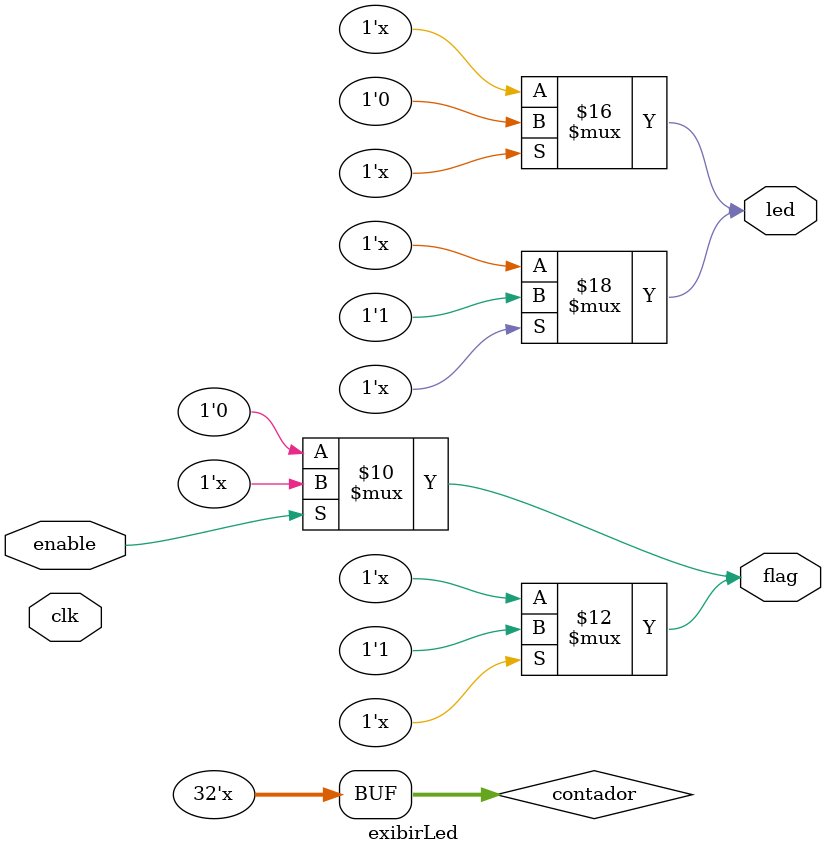
<source format=v>
module exibirLed(led, enable, clk, flag);
	input enable, clk;
	output reg led;
	output reg flag = 0;
	
	integer contador;
	
	always@(clk)begin
		if(enable)
			contador <= contador + 1;
	end
	
	always@(enable)begin
		if(contador == 0)begin
			led <= 1;
		end
	end
	
	always@(*)begin
		if(contador == 5000)begin
			led <= 0;
			contador <= 0;
			flag <= 1;
		end
	end
		
		always@(*)begin
			if(!enable)begin
				flag <= 0;
			end
		end	
	
endmodule

</source>
